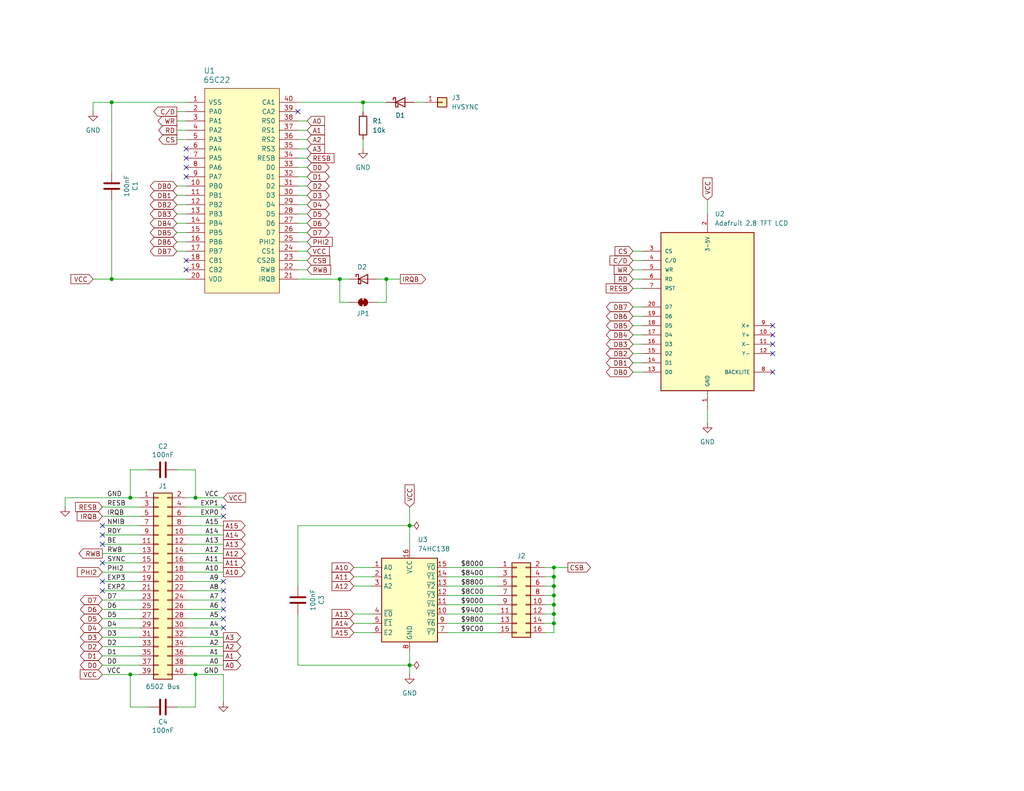
<source format=kicad_sch>
(kicad_sch (version 20250114) (generator "eeschema") (generator_version "9.0")
  (paper "USLetter")
  (title_block (title "6502 LCD Board") (date "2026-01-12") (rev "1.0") (company "A.C. Wright Design"))
  (lib_symbols
    (symbol "6502 Parts:65C22" (pin_names (offset 1.016))
      (property "Reference" "U" (at 4.826 8.128 0))
      (property "Value" "65C22" (at 4.826 5.588 0))
      (symbol "65C22_0_1"
        (rectangle (start 5.08 3.81) (end 25.4 -52.07) (fill (type background)))
      )
      (symbol "65C22_1_0"
        (pin power_in line (at 0 0 0) (length 5.08) (name "VSS") (number "1"))
        (pin bidirectional line (at 0 -2.54 0) (length 5.08) (name "PA0") (number "2"))
        (pin bidirectional line (at 0 -5.08 0) (length 5.08) (name "PA1") (number "3"))
        (pin bidirectional line (at 0 -7.62 0) (length 5.08) (name "PA2") (number "4"))
        (pin bidirectional line (at 0 -10.16 0) (length 5.08) (name "PA3") (number "5"))
        (pin bidirectional line (at 0 -12.7 0) (length 5.08) (name "PA4") (number "6"))
        (pin bidirectional line (at 0 -15.24 0) (length 5.08) (name "PA5") (number "7"))
        (pin bidirectional line (at 0 -17.78 0) (length 5.08) (name "PA6") (number "8"))
        (pin bidirectional line (at 0 -20.32 0) (length 5.08) (name "PA7") (number "9"))
        (pin bidirectional line (at 0 -22.86 0) (length 5.08) (name "PB0") (number "10"))
        (pin bidirectional line (at 0 -25.4 0) (length 5.08) (name "PB1") (number "11"))
        (pin bidirectional line (at 0 -27.94 0) (length 5.08) (name "PB2") (number "12"))
        (pin bidirectional line (at 0 -30.48 0) (length 5.08) (name "PB3") (number "13"))
        (pin bidirectional line (at 0 -33.02 0) (length 5.08) (name "PB4") (number "14"))
        (pin bidirectional line (at 0 -35.56 0) (length 5.08) (name "PB5") (number "15"))
        (pin bidirectional line (at 0 -38.1 0) (length 5.08) (name "PB6") (number "16"))
        (pin bidirectional line (at 0 -40.64 0) (length 5.08) (name "PB7") (number "17"))
        (pin bidirectional line (at 0 -43.18 0) (length 5.08) (name "CB1") (number "18"))
        (pin bidirectional line (at 0 -45.72 0) (length 5.08) (name "CB2") (number "19"))
        (pin power_in line (at 0 -48.26 0) (length 5.08) (name "VDD") (number "20"))
        (pin bidirectional line (at 30.48 0 180) (length 5.08) (name "CA1") (number "40"))
        (pin bidirectional line (at 30.48 -2.54 180) (length 5.08) (name "CA2") (number "39"))
        (pin input line (at 30.48 -5.08 180) (length 5.08) (name "RS0") (number "38"))
        (pin input line (at 30.48 -7.62 180) (length 5.08) (name "RS1") (number "37"))
        (pin input line (at 30.48 -10.16 180) (length 5.08) (name "RS2") (number "36"))
        (pin input line (at 30.48 -12.7 180) (length 5.08) (name "RS3") (number "35"))
        (pin input line (at 30.48 -15.24 180) (length 5.08) (name "RESB") (number "34"))
        (pin output line (at 30.48 -17.78 180) (length 5.08) (name "D0") (number "33"))
        (pin output line (at 30.48 -20.32 180) (length 5.08) (name "D1") (number "32"))
        (pin output line (at 30.48 -22.86 180) (length 5.08) (name "D2") (number "31"))
        (pin output line (at 30.48 -25.4 180) (length 5.08) (name "D3") (number "30"))
        (pin output line (at 30.48 -27.94 180) (length 5.08) (name "D4") (number "29"))
        (pin output line (at 30.48 -30.48 180) (length 5.08) (name "D5") (number "28"))
        (pin output line (at 30.48 -33.02 180) (length 5.08) (name "D6") (number "27"))
        (pin output line (at 30.48 -35.56 180) (length 5.08) (name "D7") (number "26"))
        (pin input line (at 30.48 -38.1 180) (length 5.08) (name "PHI2") (number "25"))
        (pin input line (at 30.48 -40.64 180) (length 5.08) (name "CS1") (number "24"))
        (pin input line (at 30.48 -43.18 180) (length 5.08) (name "CS2B") (number "23"))
        (pin input line (at 30.48 -45.72 180) (length 5.08) (name "RWB") (number "22"))
        (pin output line (at 30.48 -48.26 180) (length 5.08) (name "IRQB") (number "21"))
      )
    )
    (symbol "6502 Parts:Adafruit 2.8 TFT LCD" (pin_names (offset 1.016))
      (property "Reference" "U" (at -12.7 1.524 0))
      (property "Value" "Adafruit 2.8 TFT LCD" (at 2.286 1.778 0))
      (symbol "Adafruit 2.8 TFT LCD_0_0"
        (rectangle (start -12.7 0) (end 12.7 -43.18) (stroke (width 0.254)) (fill (type background)))
      )
      (symbol "Adafruit 2.8 TFT LCD_1_0"
        (pin input line (at -17.78 -5.08 0) (length 5.08) (name "CS") (number "3"))
        (pin input line (at -17.78 -7.62 0) (length 5.08) (name "C/D") (number "4"))
        (pin input line (at -17.78 -10.16 0) (length 5.08) (name "WR") (number "5"))
        (pin input line (at -17.78 -12.7 0) (length 5.08) (name "RD") (number "6"))
        (pin input line (at -17.78 -15.24 0) (length 5.08) (name "RST") (number "7"))
        (pin bidirectional line (at -17.78 -20.32 0) (length 5.08) (name "D7") (number "20"))
        (pin bidirectional line (at -17.78 -22.86 0) (length 5.08) (name "D6") (number "19"))
        (pin bidirectional line (at -17.78 -25.4 0) (length 5.08) (name "D5") (number "18"))
        (pin bidirectional line (at -17.78 -27.94 0) (length 5.08) (name "D4") (number "17"))
        (pin bidirectional line (at -17.78 -30.48 0) (length 5.08) (name "D3") (number "16"))
        (pin bidirectional line (at -17.78 -33.02 0) (length 5.08) (name "D2") (number "15"))
        (pin bidirectional line (at -17.78 -35.56 0) (length 5.08) (name "D1") (number "14"))
        (pin bidirectional line (at -17.78 -38.1 0) (length 5.08) (name "D0") (number "13"))
        (pin power_in line (at 0 5.08 270) (length 5.08) (name "3-5V") (number "2"))
        (pin power_in line (at 0 -48.26 90) (length 5.08) (name "GND") (number "1"))
        (pin output line (at 17.78 -25.4 180) (length 5.08) (name "X+") (number "9"))
        (pin output line (at 17.78 -27.94 180) (length 5.08) (name "Y+") (number "10"))
        (pin output line (at 17.78 -30.48 180) (length 5.08) (name "X-") (number "11"))
        (pin output line (at 17.78 -33.02 180) (length 5.08) (name "Y-") (number "12"))
        (pin input line (at 17.78 -38.1 180) (length 5.08) (name "BACKLITE") (number "8"))
      )
    )
    (symbol "74xx:74HC138"
      (property "Reference" "U" (at -7.62 13.97 0))
      (property "Value" "74HC138" (at 2.54 -11.43 0))
      (symbol "74HC138_0_1"
        (rectangle (start -7.62 12.7) (end 7.62 -10.16) (stroke (width 0.254)) (fill (type background)))
      )
      (symbol "74HC138_1_1"
        (pin input line (at -10.16 10.16 0) (length 2.54) (name "A0") (number "1"))
        (pin input line (at -10.16 7.62 0) (length 2.54) (name "A1") (number "2"))
        (pin input line (at -10.16 5.08 0) (length 2.54) (name "A2") (number "3"))
        (pin input line (at -10.16 -2.54 0) (length 2.54) (name "~{E0}") (number "4"))
        (pin input line (at -10.16 -5.08 0) (length 2.54) (name "~{E1}") (number "5"))
        (pin input line (at -10.16 -7.62 0) (length 2.54) (name "E2") (number "6"))
        (pin power_in line (at 0 15.24 270) (length 2.54) (name "VCC") (number "16"))
        (pin power_in line (at 0 -12.7 90) (length 2.54) (name "GND") (number "8"))
        (pin output line (at 10.16 10.16 180) (length 2.54) (name "~{Y0}") (number "15"))
        (pin output line (at 10.16 7.62 180) (length 2.54) (name "~{Y1}") (number "14"))
        (pin output line (at 10.16 5.08 180) (length 2.54) (name "~{Y2}") (number "13"))
        (pin output line (at 10.16 2.54 180) (length 2.54) (name "~{Y3}") (number "12"))
        (pin output line (at 10.16 0 180) (length 2.54) (name "~{Y4}") (number "11"))
        (pin output line (at 10.16 -2.54 180) (length 2.54) (name "~{Y5}") (number "10"))
        (pin output line (at 10.16 -5.08 180) (length 2.54) (name "~{Y6}") (number "9"))
        (pin output line (at 10.16 -7.62 180) (length 2.54) (name "~{Y7}") (number "7"))
      )
    )
    (symbol "Connector_Generic:Conn_01x01" (pin_names (offset 1.016) (hide yes))
      (property "Reference" "J" (at 0 2.54 0))
      (property "Value" "Conn_01x01" (at 0 -2.54 0))
      (symbol "Conn_01x01_1_1"
        (rectangle (start -1.27 1.27) (end 1.27 -1.27) (stroke (width 0.254)) (fill (type background)))
        (rectangle (start -1.27 0.127) (end 0 -0.127) (stroke (width 0.1524)))
        (pin passive line (at -5.08 0 0) (length 3.81) (name "Pin_1") (number "1"))
      )
    )
    (symbol "Connector_Generic:Conn_02x08_Odd_Even" (pin_names (offset 1.016) (hide yes))
      (property "Reference" "J" (at 1.27 10.16 0))
      (property "Value" "Conn_02x08_Odd_Even" (at 1.27 -12.7 0))
      (symbol "Conn_02x08_Odd_Even_1_1"
        (rectangle (start -1.27 8.89) (end 3.81 -11.43) (stroke (width 0.254)) (fill (type background)))
        (rectangle (start -1.27 7.747) (end 0 7.493) (stroke (width 0.1524)))
        (rectangle (start -1.27 5.207) (end 0 4.953) (stroke (width 0.1524)))
        (rectangle (start -1.27 2.667) (end 0 2.413) (stroke (width 0.1524)))
        (rectangle (start -1.27 0.127) (end 0 -0.127) (stroke (width 0.1524)))
        (rectangle (start -1.27 -2.413) (end 0 -2.667) (stroke (width 0.1524)))
        (rectangle (start -1.27 -4.953) (end 0 -5.207) (stroke (width 0.1524)))
        (rectangle (start -1.27 -7.493) (end 0 -7.747) (stroke (width 0.1524)))
        (rectangle (start -1.27 -10.033) (end 0 -10.287) (stroke (width 0.1524)))
        (rectangle (start 3.81 7.747) (end 2.54 7.493) (stroke (width 0.1524)))
        (rectangle (start 3.81 5.207) (end 2.54 4.953) (stroke (width 0.1524)))
        (rectangle (start 3.81 2.667) (end 2.54 2.413) (stroke (width 0.1524)))
        (rectangle (start 3.81 0.127) (end 2.54 -0.127) (stroke (width 0.1524)))
        (rectangle (start 3.81 -2.413) (end 2.54 -2.667) (stroke (width 0.1524)))
        (rectangle (start 3.81 -4.953) (end 2.54 -5.207) (stroke (width 0.1524)))
        (rectangle (start 3.81 -7.493) (end 2.54 -7.747) (stroke (width 0.1524)))
        (rectangle (start 3.81 -10.033) (end 2.54 -10.287) (stroke (width 0.1524)))
        (pin passive line (at -5.08 7.62 0) (length 3.81) (name "Pin_1") (number "1"))
        (pin passive line (at -5.08 5.08 0) (length 3.81) (name "Pin_3") (number "3"))
        (pin passive line (at -5.08 2.54 0) (length 3.81) (name "Pin_5") (number "5"))
        (pin passive line (at -5.08 0 0) (length 3.81) (name "Pin_7") (number "7"))
        (pin passive line (at -5.08 -2.54 0) (length 3.81) (name "Pin_9") (number "9"))
        (pin passive line (at -5.08 -5.08 0) (length 3.81) (name "Pin_11") (number "11"))
        (pin passive line (at -5.08 -7.62 0) (length 3.81) (name "Pin_13") (number "13"))
        (pin passive line (at -5.08 -10.16 0) (length 3.81) (name "Pin_15") (number "15"))
        (pin passive line (at 7.62 7.62 180) (length 3.81) (name "Pin_2") (number "2"))
        (pin passive line (at 7.62 5.08 180) (length 3.81) (name "Pin_4") (number "4"))
        (pin passive line (at 7.62 2.54 180) (length 3.81) (name "Pin_6") (number "6"))
        (pin passive line (at 7.62 0 180) (length 3.81) (name "Pin_8") (number "8"))
        (pin passive line (at 7.62 -2.54 180) (length 3.81) (name "Pin_10") (number "10"))
        (pin passive line (at 7.62 -5.08 180) (length 3.81) (name "Pin_12") (number "12"))
        (pin passive line (at 7.62 -7.62 180) (length 3.81) (name "Pin_14") (number "14"))
        (pin passive line (at 7.62 -10.16 180) (length 3.81) (name "Pin_16") (number "16"))
      )
    )
    (symbol "Connector_Generic:Conn_02x20_Odd_Even" (pin_names (offset 1.016) (hide yes))
      (property "Reference" "J" (at 1.27 25.4 0))
      (property "Value" "Conn_02x20_Odd_Even" (at 1.27 -27.94 0))
      (symbol "Conn_02x20_Odd_Even_1_1"
        (rectangle (start -1.27 24.13) (end 3.81 -26.67) (stroke (width 0.254)) (fill (type background)))
        (rectangle (start -1.27 22.987) (end 0 22.733) (stroke (width 0.1524)))
        (rectangle (start -1.27 20.447) (end 0 20.193) (stroke (width 0.1524)))
        (rectangle (start -1.27 17.907) (end 0 17.653) (stroke (width 0.1524)))
        (rectangle (start -1.27 15.367) (end 0 15.113) (stroke (width 0.1524)))
        (rectangle (start -1.27 12.827) (end 0 12.573) (stroke (width 0.1524)))
        (rectangle (start -1.27 10.287) (end 0 10.033) (stroke (width 0.1524)))
        (rectangle (start -1.27 7.747) (end 0 7.493) (stroke (width 0.1524)))
        (rectangle (start -1.27 5.207) (end 0 4.953) (stroke (width 0.1524)))
        (rectangle (start -1.27 2.667) (end 0 2.413) (stroke (width 0.1524)))
        (rectangle (start -1.27 0.127) (end 0 -0.127) (stroke (width 0.1524)))
        (rectangle (start -1.27 -2.413) (end 0 -2.667) (stroke (width 0.1524)))
        (rectangle (start -1.27 -4.953) (end 0 -5.207) (stroke (width 0.1524)))
        (rectangle (start -1.27 -7.493) (end 0 -7.747) (stroke (width 0.1524)))
        (rectangle (start -1.27 -10.033) (end 0 -10.287) (stroke (width 0.1524)))
        (rectangle (start -1.27 -12.573) (end 0 -12.827) (stroke (width 0.1524)))
        (rectangle (start -1.27 -15.113) (end 0 -15.367) (stroke (width 0.1524)))
        (rectangle (start -1.27 -17.653) (end 0 -17.907) (stroke (width 0.1524)))
        (rectangle (start -1.27 -20.193) (end 0 -20.447) (stroke (width 0.1524)))
        (rectangle (start -1.27 -22.733) (end 0 -22.987) (stroke (width 0.1524)))
        (rectangle (start -1.27 -25.273) (end 0 -25.527) (stroke (width 0.1524)))
        (rectangle (start 3.81 22.987) (end 2.54 22.733) (stroke (width 0.1524)))
        (rectangle (start 3.81 20.447) (end 2.54 20.193) (stroke (width 0.1524)))
        (rectangle (start 3.81 17.907) (end 2.54 17.653) (stroke (width 0.1524)))
        (rectangle (start 3.81 15.367) (end 2.54 15.113) (stroke (width 0.1524)))
        (rectangle (start 3.81 12.827) (end 2.54 12.573) (stroke (width 0.1524)))
        (rectangle (start 3.81 10.287) (end 2.54 10.033) (stroke (width 0.1524)))
        (rectangle (start 3.81 7.747) (end 2.54 7.493) (stroke (width 0.1524)))
        (rectangle (start 3.81 5.207) (end 2.54 4.953) (stroke (width 0.1524)))
        (rectangle (start 3.81 2.667) (end 2.54 2.413) (stroke (width 0.1524)))
        (rectangle (start 3.81 0.127) (end 2.54 -0.127) (stroke (width 0.1524)))
        (rectangle (start 3.81 -2.413) (end 2.54 -2.667) (stroke (width 0.1524)))
        (rectangle (start 3.81 -4.953) (end 2.54 -5.207) (stroke (width 0.1524)))
        (rectangle (start 3.81 -7.493) (end 2.54 -7.747) (stroke (width 0.1524)))
        (rectangle (start 3.81 -10.033) (end 2.54 -10.287) (stroke (width 0.1524)))
        (rectangle (start 3.81 -12.573) (end 2.54 -12.827) (stroke (width 0.1524)))
        (rectangle (start 3.81 -15.113) (end 2.54 -15.367) (stroke (width 0.1524)))
        (rectangle (start 3.81 -17.653) (end 2.54 -17.907) (stroke (width 0.1524)))
        (rectangle (start 3.81 -20.193) (end 2.54 -20.447) (stroke (width 0.1524)))
        (rectangle (start 3.81 -22.733) (end 2.54 -22.987) (stroke (width 0.1524)))
        (rectangle (start 3.81 -25.273) (end 2.54 -25.527) (stroke (width 0.1524)))
        (pin passive line (at -5.08 22.86 0) (length 3.81) (name "Pin_1") (number "1"))
        (pin passive line (at -5.08 20.32 0) (length 3.81) (name "Pin_3") (number "3"))
        (pin passive line (at -5.08 17.78 0) (length 3.81) (name "Pin_5") (number "5"))
        (pin passive line (at -5.08 15.24 0) (length 3.81) (name "Pin_7") (number "7"))
        (pin passive line (at -5.08 12.7 0) (length 3.81) (name "Pin_9") (number "9"))
        (pin passive line (at -5.08 10.16 0) (length 3.81) (name "Pin_11") (number "11"))
        (pin passive line (at -5.08 7.62 0) (length 3.81) (name "Pin_13") (number "13"))
        (pin passive line (at -5.08 5.08 0) (length 3.81) (name "Pin_15") (number "15"))
        (pin passive line (at -5.08 2.54 0) (length 3.81) (name "Pin_17") (number "17"))
        (pin passive line (at -5.08 0 0) (length 3.81) (name "Pin_19") (number "19"))
        (pin passive line (at -5.08 -2.54 0) (length 3.81) (name "Pin_21") (number "21"))
        (pin passive line (at -5.08 -5.08 0) (length 3.81) (name "Pin_23") (number "23"))
        (pin passive line (at -5.08 -7.62 0) (length 3.81) (name "Pin_25") (number "25"))
        (pin passive line (at -5.08 -10.16 0) (length 3.81) (name "Pin_27") (number "27"))
        (pin passive line (at -5.08 -12.7 0) (length 3.81) (name "Pin_29") (number "29"))
        (pin passive line (at -5.08 -15.24 0) (length 3.81) (name "Pin_31") (number "31"))
        (pin passive line (at -5.08 -17.78 0) (length 3.81) (name "Pin_33") (number "33"))
        (pin passive line (at -5.08 -20.32 0) (length 3.81) (name "Pin_35") (number "35"))
        (pin passive line (at -5.08 -22.86 0) (length 3.81) (name "Pin_37") (number "37"))
        (pin passive line (at -5.08 -25.4 0) (length 3.81) (name "Pin_39") (number "39"))
        (pin passive line (at 7.62 22.86 180) (length 3.81) (name "Pin_2") (number "2"))
        (pin passive line (at 7.62 20.32 180) (length 3.81) (name "Pin_4") (number "4"))
        (pin passive line (at 7.62 17.78 180) (length 3.81) (name "Pin_6") (number "6"))
        (pin passive line (at 7.62 15.24 180) (length 3.81) (name "Pin_8") (number "8"))
        (pin passive line (at 7.62 12.7 180) (length 3.81) (name "Pin_10") (number "10"))
        (pin passive line (at 7.62 10.16 180) (length 3.81) (name "Pin_12") (number "12"))
        (pin passive line (at 7.62 7.62 180) (length 3.81) (name "Pin_14") (number "14"))
        (pin passive line (at 7.62 5.08 180) (length 3.81) (name "Pin_16") (number "16"))
        (pin passive line (at 7.62 2.54 180) (length 3.81) (name "Pin_18") (number "18"))
        (pin passive line (at 7.62 0 180) (length 3.81) (name "Pin_20") (number "20"))
        (pin passive line (at 7.62 -2.54 180) (length 3.81) (name "Pin_22") (number "22"))
        (pin passive line (at 7.62 -5.08 180) (length 3.81) (name "Pin_24") (number "24"))
        (pin passive line (at 7.62 -7.62 180) (length 3.81) (name "Pin_26") (number "26"))
        (pin passive line (at 7.62 -10.16 180) (length 3.81) (name "Pin_28") (number "28"))
        (pin passive line (at 7.62 -12.7 180) (length 3.81) (name "Pin_30") (number "30"))
        (pin passive line (at 7.62 -15.24 180) (length 3.81) (name "Pin_32") (number "32"))
        (pin passive line (at 7.62 -17.78 180) (length 3.81) (name "Pin_34") (number "34"))
        (pin passive line (at 7.62 -20.32 180) (length 3.81) (name "Pin_36") (number "36"))
        (pin passive line (at 7.62 -22.86 180) (length 3.81) (name "Pin_38") (number "38"))
        (pin passive line (at 7.62 -25.4 180) (length 3.81) (name "Pin_40") (number "40"))
      )
    )
    (symbol "Device:C" (pin_numbers (hide yes)) (pin_names (offset 0.254))
      (property "Reference" "C" (at 0.635 2.54 0))
      (property "Value" "C" (at 0.635 -2.54 0))
      (symbol "C_0_1"
        (polyline (pts (xy -2.032 0.762) (xy 2.032 0.762)) (stroke (width 0.508)))
        (polyline (pts (xy -2.032 -0.762) (xy 2.032 -0.762)) (stroke (width 0.508)))
      )
      (symbol "C_1_1"
        (pin passive line (at 0 3.81 270) (length 2.794) (name "~") (number "1"))
        (pin passive line (at 0 -3.81 90) (length 2.794) (name "~") (number "2"))
      )
    )
    (symbol "Device:D_Schottky" (pin_numbers (hide yes)) (pin_names (offset 1.016) (hide yes))
      (property "Reference" "D" (at 0 2.54 0))
      (property "Value" "D_Schottky" (at 0 -2.54 0))
      (symbol "D_Schottky_0_1"
        (polyline (pts (xy -1.905 0.635) (xy -1.905 1.27) (xy -1.27 1.27) (xy -1.27 -1.27) (xy -0.635 -1.27) (xy -0.635 -0.635)) (stroke (width 0.254)))
        (polyline (pts (xy 1.27 1.27) (xy 1.27 -1.27) (xy -1.27 0) (xy 1.27 1.27)) (stroke (width 0.254)))
        (polyline (pts (xy 1.27 0) (xy -1.27 0)))
      )
      (symbol "D_Schottky_1_1"
        (pin passive line (at -3.81 0 0) (length 2.54) (name "K") (number "1"))
        (pin passive line (at 3.81 0 180) (length 2.54) (name "A") (number "2"))
      )
    )
    (symbol "Device:R" (pin_numbers (hide yes)) (pin_names (offset 0))
      (property "Reference" "R" (at 2.032 0 90))
      (property "Value" "R" (at 0 0 90))
      (symbol "R_0_1"
        (rectangle (start -1.016 -2.54) (end 1.016 2.54) (stroke (width 0.254)))
      )
      (symbol "R_1_1"
        (pin passive line (at 0 3.81 270) (length 1.27) (name "~") (number "1"))
        (pin passive line (at 0 -3.81 90) (length 1.27) (name "~") (number "2"))
      )
    )
    (symbol "Jumper:SolderJumper_2_Bridged" (pin_numbers (hide yes)) (pin_names (offset 0) (hide yes)) (exclude_from_sim yes) (in_bom no)
      (property "Reference" "JP" (at 0 2.032 0))
      (property "Value" "SolderJumper_2_Bridged" (at 0 -2.54 0))
      (symbol "SolderJumper_2_Bridged_0_1"
        (rectangle (start -0.508 0.508) (end 0.508 -0.508) (fill (type outline)))
        (polyline (pts (xy -0.254 1.016) (xy -0.254 -1.016)))
        (arc (start -0.254 -1.016) (mid -1.2656 0) (end -0.254 1.016))
        (arc (start -0.254 -1.016) (mid -1.2656 0) (end -0.254 1.016) (fill (type outline)))
        (arc (start 0.254 1.016) (mid 1.2656 0) (end 0.254 -1.016))
        (arc (start 0.254 1.016) (mid 1.2656 0) (end 0.254 -1.016) (fill (type outline)))
        (polyline (pts (xy 0.254 1.016) (xy 0.254 -1.016)))
      )
      (symbol "SolderJumper_2_Bridged_1_1"
        (pin passive line (at -3.81 0 0) (length 2.54) (name "A") (number "1"))
        (pin passive line (at 3.81 0 180) (length 2.54) (name "B") (number "2"))
      )
    )
    (symbol "power:GND" (power) (pin_numbers (hide yes)) (pin_names (offset 0) (hide yes))
      (property "Value" "GND" (at 0 -3.81 0))
      (symbol "GND_0_1"
        (polyline (pts (xy 0 0) (xy 0 -1.27) (xy 1.27 -1.27) (xy 0 -2.54) (xy -1.27 -1.27) (xy 0 -1.27)))
      )
      (symbol "GND_1_1"
        (pin power_in line (at 0 0 270) (length 0) (name "~") (number "1"))
      )
    )
    (symbol "power:PWR_FLAG" (power) (pin_numbers (hide yes)) (pin_names (offset 0) (hide yes))
      (property "Value" "PWR_FLAG" (at 0 3.81 0))
      (symbol "PWR_FLAG_0_0"
        (pin power_out line (at 0 0 90) (length 0) (name "~") (number "1"))
      )
      (symbol "PWR_FLAG_0_1"
        (polyline (pts (xy 0 0) (xy 0 1.27) (xy -1.016 1.905) (xy 0 2.54) (xy 1.016 1.905) (xy 0 1.27)))
      )
    )
  )
  (junction (at 151.13 165.1))
  (junction (at 53.34 135.89))
  (junction (at 30.48 76.2))
  (junction (at 111.76 181.61))
  (junction (at 151.13 154.94))
  (junction (at 151.13 160.02))
  (junction (at 30.48 27.94))
  (junction (at 151.13 170.18))
  (junction (at 99.06 27.94))
  (junction (at 151.13 162.56))
  (junction (at 105.41 76.2))
  (junction (at 35.56 135.89))
  (junction (at 151.13 157.48))
  (junction (at 92.71 76.2))
  (junction (at 35.56 184.15))
  (junction (at 111.76 143.51))
  (junction (at 53.34 184.15))
  (junction (at 151.13 167.64))
  (no_connect (at 50.8 73.66))
  (no_connect (at 27.94 146.05))
  (no_connect (at 27.94 143.51))
  (no_connect (at 60.96 158.75))
  (no_connect (at 60.96 171.45))
  (no_connect (at 27.94 161.29))
  (no_connect (at 60.96 138.43))
  (no_connect (at 60.96 166.37))
  (no_connect (at 210.82 101.6))
  (no_connect (at 81.28 30.48))
  (no_connect (at 60.96 140.97))
  (no_connect (at 210.82 96.52))
  (no_connect (at 210.82 93.98))
  (no_connect (at 27.94 153.67))
  (no_connect (at 60.96 163.83))
  (no_connect (at 210.82 91.44))
  (no_connect (at 50.8 48.26))
  (no_connect (at 50.8 43.18))
  (no_connect (at 50.8 40.64))
  (no_connect (at 60.96 161.29))
  (no_connect (at 210.82 88.9))
  (no_connect (at 27.94 158.75))
  (no_connect (at 50.8 71.12))
  (no_connect (at 60.96 168.91))
  (no_connect (at 27.94 148.59))
  (no_connect (at 50.8 45.72))
  (wire (pts (xy 50.8 143.51) (xy 60.96 143.51)))
  (wire (pts (xy 81.28 63.5) (xy 83.82 63.5)))
  (wire (pts (xy 172.72 73.66) (xy 175.26 73.66)))
  (wire (pts (xy 151.13 167.64) (xy 151.13 165.1)))
  (wire (pts (xy 172.72 83.82) (xy 175.26 83.82)))
  (wire (pts (xy 48.26 53.34) (xy 50.8 53.34)))
  (wire (pts (xy 193.04 54.61) (xy 193.04 58.42)))
  (wire (pts (xy 81.28 35.56) (xy 83.82 35.56)))
  (wire (pts (xy 121.92 162.56) (xy 135.89 162.56)))
  (wire (pts (xy 99.06 27.94) (xy 105.41 27.94)))
  (wire (pts (xy 38.1 153.67) (xy 27.94 153.67)))
  (wire (pts (xy 60.96 161.29) (xy 50.8 161.29)))
  (wire (pts (xy 121.92 157.48) (xy 135.89 157.48)))
  (wire (pts (xy 99.06 27.94) (xy 99.06 30.48)))
  (wire (pts (xy 81.28 71.12) (xy 83.82 71.12)))
  (wire (pts (xy 48.26 30.48) (xy 50.8 30.48)))
  (wire (pts (xy 81.28 181.61) (xy 111.76 181.61)))
  (wire (pts (xy 148.59 154.94) (xy 151.13 154.94)))
  (wire (pts (xy 81.28 55.88) (xy 83.82 55.88)))
  (wire (pts (xy 172.72 86.36) (xy 175.26 86.36)))
  (wire (pts (xy 81.28 66.04) (xy 83.82 66.04)))
  (wire (pts (xy 92.71 82.55) (xy 95.25 82.55)))
  (wire (pts (xy 60.96 151.13) (xy 50.8 151.13)))
  (wire (pts (xy 30.48 27.94) (xy 50.8 27.94)))
  (wire (pts (xy 151.13 162.56) (xy 151.13 160.02)))
  (wire (pts (xy 96.52 172.72) (xy 101.6 172.72)))
  (wire (pts (xy 50.8 158.75) (xy 60.96 158.75)))
  (wire (pts (xy 48.26 68.58) (xy 50.8 68.58)))
  (wire (pts (xy 151.13 157.48) (xy 148.59 157.48)))
  (wire (pts (xy 38.1 168.91) (xy 27.94 168.91)))
  (wire (pts (xy 38.1 148.59) (xy 27.94 148.59)))
  (wire (pts (xy 38.1 158.75) (xy 27.94 158.75)))
  (wire (pts (xy 81.28 181.61) (xy 81.28 167.64)))
  (wire (pts (xy 81.28 58.42) (xy 83.82 58.42)))
  (wire (pts (xy 172.72 68.58) (xy 175.26 68.58)))
  (wire (pts (xy 50.8 184.15) (xy 53.34 184.15)))
  (wire (pts (xy 81.28 60.96) (xy 83.82 60.96)))
  (wire (pts (xy 172.72 76.2) (xy 175.26 76.2)))
  (wire (pts (xy 172.72 88.9) (xy 175.26 88.9)))
  (wire (pts (xy 38.1 135.89) (xy 35.56 135.89)))
  (wire (pts (xy 27.94 181.61) (xy 38.1 181.61)))
  (wire (pts (xy 172.72 91.44) (xy 175.26 91.44)))
  (wire (pts (xy 48.26 35.56) (xy 50.8 35.56)))
  (wire (pts (xy 17.78 135.89) (xy 35.56 135.89)))
  (wire (pts (xy 25.4 30.48) (xy 25.4 27.94)))
  (wire (pts (xy 27.94 156.21) (xy 38.1 156.21)))
  (wire (pts (xy 105.41 82.55) (xy 105.41 76.2)))
  (wire (pts (xy 17.78 138.43) (xy 17.78 135.89)))
  (wire (pts (xy 35.56 128.27) (xy 35.56 135.89)))
  (wire (pts (xy 151.13 160.02) (xy 151.13 157.48)))
  (wire (pts (xy 50.8 168.91) (xy 60.96 168.91)))
  (wire (pts (xy 27.94 140.97) (xy 38.1 140.97)))
  (wire (pts (xy 121.92 154.94) (xy 135.89 154.94)))
  (wire (pts (xy 50.8 138.43) (xy 60.96 138.43)))
  (wire (pts (xy 99.06 38.1) (xy 99.06 40.64)))
  (wire (pts (xy 35.56 184.15) (xy 35.56 193.04)))
  (wire (pts (xy 53.34 193.04) (xy 48.26 193.04)))
  (wire (pts (xy 30.48 76.2) (xy 50.8 76.2)))
  (wire (pts (xy 81.28 48.26) (xy 83.82 48.26)))
  (wire (pts (xy 121.92 165.1) (xy 135.89 165.1)))
  (wire (pts (xy 38.1 184.15) (xy 35.56 184.15)))
  (wire (pts (xy 148.59 172.72) (xy 151.13 172.72)))
  (wire (pts (xy 151.13 170.18) (xy 148.59 170.18)))
  (wire (pts (xy 151.13 170.18) (xy 151.13 167.64)))
  (wire (pts (xy 38.1 163.83) (xy 27.94 163.83)))
  (wire (pts (xy 113.03 27.94) (xy 115.57 27.94)))
  (wire (pts (xy 151.13 165.1) (xy 148.59 165.1)))
  (wire (pts (xy 48.26 58.42) (xy 50.8 58.42)))
  (wire (pts (xy 50.8 173.99) (xy 60.96 173.99)))
  (wire (pts (xy 48.26 33.02) (xy 50.8 33.02)))
  (wire (pts (xy 151.13 172.72) (xy 151.13 170.18)))
  (wire (pts (xy 148.59 160.02) (xy 151.13 160.02)))
  (wire (pts (xy 27.94 143.51) (xy 38.1 143.51)))
  (wire (pts (xy 96.52 170.18) (xy 101.6 170.18)))
  (wire (pts (xy 53.34 184.15) (xy 53.34 193.04)))
  (wire (pts (xy 27.94 176.53) (xy 38.1 176.53)))
  (wire (pts (xy 60.96 181.61) (xy 50.8 181.61)))
  (wire (pts (xy 60.96 176.53) (xy 50.8 176.53)))
  (wire (pts (xy 102.87 82.55) (xy 105.41 82.55)))
  (wire (pts (xy 27.94 138.43) (xy 38.1 138.43)))
  (wire (pts (xy 27.94 146.05) (xy 38.1 146.05)))
  (wire (pts (xy 111.76 181.61) (xy 111.76 184.15)))
  (wire (pts (xy 172.72 99.06) (xy 175.26 99.06)))
  (wire (pts (xy 27.94 171.45) (xy 38.1 171.45)))
  (wire (pts (xy 38.1 173.99) (xy 27.94 173.99)))
  (wire (pts (xy 30.48 27.94) (xy 30.48 46.99)))
  (wire (pts (xy 151.13 162.56) (xy 148.59 162.56)))
  (wire (pts (xy 111.76 143.51) (xy 111.76 138.43)))
  (wire (pts (xy 105.41 76.2) (xy 109.22 76.2)))
  (wire (pts (xy 27.94 184.15) (xy 35.56 184.15)))
  (wire (pts (xy 111.76 177.8) (xy 111.76 181.61)))
  (wire (pts (xy 60.96 135.89) (xy 53.34 135.89)))
  (wire (pts (xy 25.4 27.94) (xy 30.48 27.94)))
  (wire (pts (xy 60.96 156.21) (xy 50.8 156.21)))
  (wire (pts (xy 121.92 172.72) (xy 135.89 172.72)))
  (wire (pts (xy 81.28 143.51) (xy 81.28 160.02)))
  (wire (pts (xy 151.13 157.48) (xy 151.13 154.94)))
  (wire (pts (xy 38.1 179.07) (xy 27.94 179.07)))
  (wire (pts (xy 60.96 146.05) (xy 50.8 146.05)))
  (wire (pts (xy 27.94 151.13) (xy 38.1 151.13)))
  (wire (pts (xy 30.48 54.61) (xy 30.48 76.2)))
  (wire (pts (xy 96.52 157.48) (xy 101.6 157.48)))
  (wire (pts (xy 81.28 33.02) (xy 83.82 33.02)))
  (wire (pts (xy 50.8 179.07) (xy 60.96 179.07)))
  (wire (pts (xy 53.34 184.15) (xy 60.96 184.15)))
  (wire (pts (xy 81.28 43.18) (xy 83.82 43.18)))
  (wire (pts (xy 60.96 166.37) (xy 50.8 166.37)))
  (wire (pts (xy 81.28 68.58) (xy 83.82 68.58)))
  (wire (pts (xy 53.34 128.27) (xy 53.34 135.89)))
  (wire (pts (xy 48.26 63.5) (xy 50.8 63.5)))
  (wire (pts (xy 60.96 184.15) (xy 60.96 191.77)))
  (wire (pts (xy 81.28 50.8) (xy 83.82 50.8)))
  (wire (pts (xy 50.8 163.83) (xy 60.96 163.83)))
  (wire (pts (xy 35.56 128.27) (xy 40.64 128.27)))
  (wire (pts (xy 111.76 143.51) (xy 111.76 149.86)))
  (wire (pts (xy 81.28 45.72) (xy 83.82 45.72)))
  (wire (pts (xy 48.26 60.96) (xy 50.8 60.96)))
  (wire (pts (xy 25.4 76.2) (xy 30.48 76.2)))
  (wire (pts (xy 81.28 40.64) (xy 83.82 40.64)))
  (wire (pts (xy 96.52 167.64) (xy 101.6 167.64)))
  (wire (pts (xy 60.96 140.97) (xy 50.8 140.97)))
  (wire (pts (xy 92.71 76.2) (xy 92.71 82.55)))
  (wire (pts (xy 172.72 71.12) (xy 175.26 71.12)))
  (wire (pts (xy 53.34 135.89) (xy 50.8 135.89)))
  (wire (pts (xy 35.56 193.04) (xy 40.64 193.04)))
  (wire (pts (xy 172.72 96.52) (xy 175.26 96.52)))
  (wire (pts (xy 48.26 50.8) (xy 50.8 50.8)))
  (wire (pts (xy 81.28 27.94) (xy 99.06 27.94)))
  (wire (pts (xy 172.72 101.6) (xy 175.26 101.6)))
  (wire (pts (xy 48.26 55.88) (xy 50.8 55.88)))
  (wire (pts (xy 105.41 76.2) (xy 102.87 76.2)))
  (wire (pts (xy 151.13 167.64) (xy 148.59 167.64)))
  (wire (pts (xy 50.8 153.67) (xy 60.96 153.67)))
  (wire (pts (xy 92.71 76.2) (xy 95.25 76.2)))
  (wire (pts (xy 96.52 154.94) (xy 101.6 154.94)))
  (wire (pts (xy 151.13 154.94) (xy 154.94 154.94)))
  (wire (pts (xy 81.28 53.34) (xy 83.82 53.34)))
  (wire (pts (xy 121.92 167.64) (xy 135.89 167.64)))
  (wire (pts (xy 48.26 66.04) (xy 50.8 66.04)))
  (wire (pts (xy 60.96 171.45) (xy 50.8 171.45)))
  (wire (pts (xy 81.28 76.2) (xy 92.71 76.2)))
  (wire (pts (xy 111.76 143.51) (xy 81.28 143.51)))
  (wire (pts (xy 27.94 161.29) (xy 38.1 161.29)))
  (wire (pts (xy 121.92 170.18) (xy 135.89 170.18)))
  (wire (pts (xy 48.26 128.27) (xy 53.34 128.27)))
  (wire (pts (xy 172.72 93.98) (xy 175.26 93.98)))
  (wire (pts (xy 193.04 111.76) (xy 193.04 115.57)))
  (wire (pts (xy 121.92 160.02) (xy 135.89 160.02)))
  (wire (pts (xy 50.8 148.59) (xy 60.96 148.59)))
  (wire (pts (xy 151.13 165.1) (xy 151.13 162.56)))
  (wire (pts (xy 81.28 38.1) (xy 83.82 38.1)))
  (wire (pts (xy 81.28 73.66) (xy 83.82 73.66)))
  (wire (pts (xy 48.26 38.1) (xy 50.8 38.1)))
  (wire (pts (xy 172.72 78.74) (xy 175.26 78.74)))
  (wire (pts (xy 27.94 166.37) (xy 38.1 166.37)))
  (wire (pts (xy 96.52 160.02) (xy 101.6 160.02)))
  (label "BE" (at 29.21 148.59 0))
  (label "A15" (at 59.69 143.51 180))
  (label "EXP1" (at 59.69 138.43 180))
  (label "A4" (at 59.69 171.45 180))
  (label "D4" (at 29.21 171.45 0))
  (label "RESB" (at 29.21 138.43 0))
  (label "$8000" (at 125.73 154.94 0))
  (label "A0" (at 59.69 181.61 180))
  (label "EXP3" (at 29.21 158.75 0))
  (label "PHI2" (at 29.21 156.21 0))
  (label "EXP2" (at 29.21 161.29 0))
  (label "RDY" (at 29.21 146.05 0))
  (label "A9" (at 59.69 158.75 180))
  (label "A14" (at 59.69 146.05 180))
  (label "IRQB" (at 29.21 140.97 0))
  (label "D7" (at 29.21 163.83 0))
  (label "A1" (at 59.69 179.07 180))
  (label "A3" (at 59.69 173.99 180))
  (label "$9400" (at 125.73 167.64 0))
  (label "VCC" (at 29.21 184.15 0))
  (label "A6" (at 59.69 166.37 180))
  (label "$8800" (at 125.73 160.02 0))
  (label "D1" (at 29.21 179.07 0))
  (label "SYNC" (at 29.21 153.67 0))
  (label "D0" (at 29.21 181.61 0))
  (label "A12" (at 59.69 151.13 180))
  (label "A2" (at 59.69 176.53 180))
  (label "A13" (at 59.69 148.59 180))
  (label "A11" (at 59.69 153.67 180))
  (label "D3" (at 29.21 173.99 0))
  (label "$9C00" (at 125.73 172.72 0))
  (label "NMIB" (at 29.21 143.51 0))
  (label "A10" (at 59.69 156.21 180))
  (label "A7" (at 59.69 163.83 180))
  (label "$8C00" (at 125.73 162.56 0))
  (label "$8400" (at 125.73 157.48 0))
  (label "VCC" (at 59.69 135.89 180))
  (label "GND" (at 29.21 135.89 0))
  (label "GND" (at 59.69 184.15 180))
  (label "$9800" (at 125.73 170.18 0))
  (label "$9000" (at 125.73 165.1 0))
  (label "A5" (at 59.69 168.91 180))
  (label "RWB" (at 29.21 151.13 0))
  (label "EXP0" (at 59.69 140.97 180))
  (label "D2" (at 29.21 176.53 0))
  (label "D6" (at 29.21 166.37 0))
  (label "A8" (at 59.69 161.29 180))
  (label "D5" (at 29.21 168.91 0))
  (global_label "A10" (shape output) (at 60.96 156.21 0) (property "Intersheetrefs" "${INTERSHEET_REFS}" (effects (hide yes))))
  (global_label "A11" (shape output) (at 60.96 153.67 0) (property "Intersheetrefs" "${INTERSHEET_REFS}" (effects (hide yes))))
  (global_label "A12" (shape output) (at 60.96 151.13 0) (property "Intersheetrefs" "${INTERSHEET_REFS}" (effects (hide yes))))
  (global_label "A13" (shape output) (at 60.96 148.59 0) (property "Intersheetrefs" "${INTERSHEET_REFS}" (effects (hide yes))))
  (global_label "A13" (shape input) (at 96.52 167.64 180) (property "Intersheetrefs" "${INTERSHEET_REFS}" (effects (hide yes))))
  (global_label "A11" (shape input) (at 96.52 157.48 180) (property "Intersheetrefs" "${INTERSHEET_REFS}" (effects (hide yes))))
  (global_label "D5" (shape bidirectional) (at 27.94 168.91 180) (property "Intersheetrefs" "${INTERSHEET_REFS}" (effects (hide yes))))
  (global_label "A15" (shape input) (at 96.52 172.72 180) (property "Intersheetrefs" "${INTERSHEET_REFS}" (effects (hide yes))))
  (global_label "RESB" (shape input) (at 172.72 78.74 180) (property "Intersheetrefs" "${INTERSHEET_REFS}" (effects (hide yes))))
  (global_label "A10" (shape input) (at 96.52 154.94 180) (property "Intersheetrefs" "${INTERSHEET_REFS}" (effects (hide yes))))
  (global_label "A1" (shape input) (at 83.82 35.56 0) (property "Intersheetrefs" "${INTERSHEET_REFS}" (effects (hide yes))))
  (global_label "PHI2" (shape input) (at 27.94 156.21 180) (property "Intersheetrefs" "${INTERSHEET_REFS}" (effects (hide yes))))
  (global_label "A14" (shape input) (at 96.52 170.18 180) (property "Intersheetrefs" "${INTERSHEET_REFS}" (effects (hide yes))))
  (global_label "RD" (shape output) (at 48.26 35.56 180) (property "Intersheetrefs" "${INTERSHEET_REFS}" (effects (hide yes))))
  (global_label "RESB" (shape input) (at 27.94 138.43 180) (property "Intersheetrefs" "${INTERSHEET_REFS}" (effects (hide yes))))
  (global_label "A0" (shape input) (at 83.82 33.02 0) (property "Intersheetrefs" "${INTERSHEET_REFS}" (effects (hide yes))))
  (global_label "CS" (shape output) (at 48.26 38.1 180) (property "Intersheetrefs" "${INTERSHEET_REFS}" (effects (hide yes))))
  (global_label "DB4" (shape bidirectional) (at 48.26 60.96 180) (property "Intersheetrefs" "${INTERSHEET_REFS}" (effects (hide yes))))
  (global_label "D3" (shape bidirectional) (at 27.94 173.99 180) (property "Intersheetrefs" "${INTERSHEET_REFS}" (effects (hide yes))))
  (global_label "D2" (shape bidirectional) (at 83.82 50.8 0) (property "Intersheetrefs" "${INTERSHEET_REFS}" (effects (hide yes))))
  (global_label "VCC" (shape input) (at 193.04 54.61 90) (property "Intersheetrefs" "${INTERSHEET_REFS}" (effects (hide yes))))
  (global_label "DB0" (shape bidirectional) (at 172.72 101.6 180) (property "Intersheetrefs" "${INTERSHEET_REFS}" (effects (hide yes))))
  (global_label "DB1" (shape bidirectional) (at 48.26 53.34 180) (property "Intersheetrefs" "${INTERSHEET_REFS}" (effects (hide yes))))
  (global_label "A1" (shape output) (at 60.96 179.07 0) (property "Intersheetrefs" "${INTERSHEET_REFS}" (effects (hide yes))))
  (global_label "RESB" (shape input) (at 83.82 43.18 0) (property "Intersheetrefs" "${INTERSHEET_REFS}" (effects (hide yes))))
  (global_label "D4" (shape bidirectional) (at 27.94 171.45 180) (property "Intersheetrefs" "${INTERSHEET_REFS}" (effects (hide yes))))
  (global_label "VCC" (shape input) (at 60.96 135.89 0) (property "Intersheetrefs" "${INTERSHEET_REFS}" (effects (hide yes))))
  (global_label "A3" (shape input) (at 83.82 40.64 0) (property "Intersheetrefs" "${INTERSHEET_REFS}" (effects (hide yes))))
  (global_label "RWB" (shape output) (at 27.94 151.13 180) (property "Intersheetrefs" "${INTERSHEET_REFS}" (effects (hide yes))))
  (global_label "D1" (shape bidirectional) (at 27.94 179.07 180) (property "Intersheetrefs" "${INTERSHEET_REFS}" (effects (hide yes))))
  (global_label "DB1" (shape bidirectional) (at 172.72 99.06 180) (property "Intersheetrefs" "${INTERSHEET_REFS}" (effects (hide yes))))
  (global_label "CSB" (shape output) (at 154.94 154.94 0) (property "Intersheetrefs" "${INTERSHEET_REFS}" (effects (hide yes))))
  (global_label "DB2" (shape bidirectional) (at 48.26 55.88 180) (property "Intersheetrefs" "${INTERSHEET_REFS}" (effects (hide yes))))
  (global_label "A14" (shape output) (at 60.96 146.05 0) (property "Intersheetrefs" "${INTERSHEET_REFS}" (effects (hide yes))))
  (global_label "DB5" (shape bidirectional) (at 172.72 88.9 180) (property "Intersheetrefs" "${INTERSHEET_REFS}" (effects (hide yes))))
  (global_label "CSB" (shape input) (at 83.82 71.12 0) (property "Intersheetrefs" "${INTERSHEET_REFS}" (effects (hide yes))))
  (global_label "A15" (shape output) (at 60.96 143.51 0) (property "Intersheetrefs" "${INTERSHEET_REFS}" (effects (hide yes))))
  (global_label "C{slash}D" (shape output) (at 48.26 30.48 180) (property "Intersheetrefs" "${INTERSHEET_REFS}" (effects (hide yes))))
  (global_label "DB7" (shape bidirectional) (at 48.26 68.58 180) (property "Intersheetrefs" "${INTERSHEET_REFS}" (effects (hide yes))))
  (global_label "A2" (shape input) (at 83.82 38.1 0) (property "Intersheetrefs" "${INTERSHEET_REFS}" (effects (hide yes))))
  (global_label "D6" (shape bidirectional) (at 27.94 166.37 180) (property "Intersheetrefs" "${INTERSHEET_REFS}" (effects (hide yes))))
  (global_label "DB5" (shape bidirectional) (at 48.26 63.5 180) (property "Intersheetrefs" "${INTERSHEET_REFS}" (effects (hide yes))))
  (global_label "D1" (shape bidirectional) (at 83.82 48.26 0) (property "Intersheetrefs" "${INTERSHEET_REFS}" (effects (hide yes))))
  (global_label "A0" (shape output) (at 60.96 181.61 0) (property "Intersheetrefs" "${INTERSHEET_REFS}" (effects (hide yes))))
  (global_label "IRQB" (shape output) (at 109.22 76.2 0) (property "Intersheetrefs" "${INTERSHEET_REFS}" (effects (hide yes))))
  (global_label "D5" (shape bidirectional) (at 83.82 58.42 0) (property "Intersheetrefs" "${INTERSHEET_REFS}" (effects (hide yes))))
  (global_label "DB3" (shape bidirectional) (at 48.26 58.42 180) (property "Intersheetrefs" "${INTERSHEET_REFS}" (effects (hide yes))))
  (global_label "CS" (shape input) (at 172.72 68.58 180) (property "Intersheetrefs" "${INTERSHEET_REFS}" (effects (hide yes))))
  (global_label "D2" (shape bidirectional) (at 27.94 176.53 180) (property "Intersheetrefs" "${INTERSHEET_REFS}" (effects (hide yes))))
  (global_label "DB3" (shape bidirectional) (at 172.72 93.98 180) (property "Intersheetrefs" "${INTERSHEET_REFS}" (effects (hide yes))))
  (global_label "D7" (shape bidirectional) (at 27.94 163.83 180) (property "Intersheetrefs" "${INTERSHEET_REFS}" (effects (hide yes))))
  (global_label "A3" (shape output) (at 60.96 173.99 0) (property "Intersheetrefs" "${INTERSHEET_REFS}" (effects (hide yes))))
  (global_label "D7" (shape bidirectional) (at 83.82 63.5 0) (property "Intersheetrefs" "${INTERSHEET_REFS}" (effects (hide yes))))
  (global_label "DB2" (shape bidirectional) (at 172.72 96.52 180) (property "Intersheetrefs" "${INTERSHEET_REFS}" (effects (hide yes))))
  (global_label "RD" (shape input) (at 172.72 76.2 180) (property "Intersheetrefs" "${INTERSHEET_REFS}" (effects (hide yes))))
  (global_label "WR" (shape output) (at 48.26 33.02 180) (property "Intersheetrefs" "${INTERSHEET_REFS}" (effects (hide yes))))
  (global_label "A12" (shape input) (at 96.52 160.02 180) (property "Intersheetrefs" "${INTERSHEET_REFS}" (effects (hide yes))))
  (global_label "D0" (shape bidirectional) (at 83.82 45.72 0) (property "Intersheetrefs" "${INTERSHEET_REFS}" (effects (hide yes))))
  (global_label "DB4" (shape bidirectional) (at 172.72 91.44 180) (property "Intersheetrefs" "${INTERSHEET_REFS}" (effects (hide yes))))
  (global_label "VCC" (shape input) (at 111.76 138.43 90) (property "Intersheetrefs" "${INTERSHEET_REFS}" (effects (hide yes))))
  (global_label "C{slash}D" (shape input) (at 172.72 71.12 180) (property "Intersheetrefs" "${INTERSHEET_REFS}" (effects (hide yes))))
  (global_label "A2" (shape output) (at 60.96 176.53 0) (property "Intersheetrefs" "${INTERSHEET_REFS}" (effects (hide yes))))
  (global_label "D3" (shape bidirectional) (at 83.82 53.34 0) (property "Intersheetrefs" "${INTERSHEET_REFS}" (effects (hide yes))))
  (global_label "DB7" (shape bidirectional) (at 172.72 83.82 180) (property "Intersheetrefs" "${INTERSHEET_REFS}" (effects (hide yes))))
  (global_label "IRQB" (shape input) (at 27.94 140.97 180) (property "Intersheetrefs" "${INTERSHEET_REFS}" (effects (hide yes))))
  (global_label "WR" (shape input) (at 172.72 73.66 180) (property "Intersheetrefs" "${INTERSHEET_REFS}" (effects (hide yes))))
  (global_label "PHI2" (shape input) (at 83.82 66.04 0) (property "Intersheetrefs" "${INTERSHEET_REFS}" (effects (hide yes))))
  (global_label "VCC" (shape input) (at 25.4 76.2 180) (property "Intersheetrefs" "${INTERSHEET_REFS}" (effects (hide yes))))
  (global_label "RWB" (shape input) (at 83.82 73.66 0) (property "Intersheetrefs" "${INTERSHEET_REFS}" (effects (hide yes))))
  (global_label "VCC" (shape input) (at 83.82 68.58 0) (property "Intersheetrefs" "${INTERSHEET_REFS}" (effects (hide yes))))
  (global_label "D6" (shape bidirectional) (at 83.82 60.96 0) (property "Intersheetrefs" "${INTERSHEET_REFS}" (effects (hide yes))))
  (global_label "DB0" (shape bidirectional) (at 48.26 50.8 180) (property "Intersheetrefs" "${INTERSHEET_REFS}" (effects (hide yes))))
  (global_label "D4" (shape bidirectional) (at 83.82 55.88 0) (property "Intersheetrefs" "${INTERSHEET_REFS}" (effects (hide yes))))
  (global_label "DB6" (shape bidirectional) (at 48.26 66.04 180) (property "Intersheetrefs" "${INTERSHEET_REFS}" (effects (hide yes))))
  (global_label "DB6" (shape bidirectional) (at 172.72 86.36 180) (property "Intersheetrefs" "${INTERSHEET_REFS}" (effects (hide yes))))
  (global_label "VCC" (shape input) (at 27.94 184.15 180) (property "Intersheetrefs" "${INTERSHEET_REFS}" (effects (hide yes))))
  (global_label "D0" (shape bidirectional) (at 27.94 181.61 180) (property "Intersheetrefs" "${INTERSHEET_REFS}" (effects (hide yes))))
  (symbol (lib_id "Connector_Generic:Conn_02x08_Odd_Even") (at 140.97 162.56 0) (unit 1) (in_bom no)
    (property "Reference" "J2" (at 142.24 151.765 0))
    (property "Value" "Conn_02x08_Odd_Even" (effects (hide yes)))
    (property "Footprint" "Connector_PinHeader_2.54mm:PinHeader_2x08_P2.54mm_Vertical" (effects (hide yes)))
  )
  (symbol (lib_id "Device:D_Schottky") (at 99.06 76.2 0) (unit 1) (in_bom no)
    (property "Reference" "D2" (at 98.806 72.898 0))
    (property "Value" "D_Schottky" (effects (hide yes)))
    (property "Footprint" "Diode_THT:D_DO-35_SOD27_P7.62mm_Horizontal" (effects (hide yes)))
    (property "Description" "Schottky diode" (effects (hide yes)))
  )
  (symbol (lib_id "74xx:74HC138") (at 111.76 165.1 0) (unit 1)
    (property "Reference" "U3" (at 113.9541 147.32 0) (effects (justify left)))
    (property "Value" "74HC138" (at 113.9541 149.86 0) (effects (justify left)))
    (property "Footprint" "Package_DIP:DIP-16_W7.62mm_Socket_LongPads" (effects (hide yes)))
    (property "Datasheet" "http://www.ti.com/lit/ds/symlink/cd74hc238.pdf" (effects (hide yes)))
    (property "Description" "3-to-8 line decoder/multiplexer inverting, DIP-16/SOIC-16/SSOP-16" (effects (hide yes)))
  )
  (symbol (lib_id "Device:C") (at 30.48 50.8 0) (unit 1)
    (property "Reference" "C1" (at 36.8808 50.8 90))
    (property "Value" "100nF" (at 34.5694 50.8 90))
    (property "Footprint" "Capacitor_THT:C_Disc_D5.0mm_W2.5mm_P2.50mm" (effects (hide yes)))
  )
  (symbol (lib_id "Device:C") (at 81.28 163.83 0) (unit 1)
    (property "Reference" "C3" (at 87.6808 163.83 90))
    (property "Value" "100nF" (at 85.3694 163.83 90))
    (property "Footprint" "Capacitor_THT:C_Disc_D5.0mm_W2.5mm_P2.50mm" (effects (hide yes)))
  )
  (symbol (lib_id "6502 Parts:65C22") (at 50.8 27.94 0) (unit 1) (in_bom no)
    (property "Reference" "U1" (at 57.15 19.304 0) (effects (font (size 1.4986 1.4986))))
    (property "Value" "65C22" (at 59.182 21.844 0) (effects (font (size 1.4986 1.4986))))
    (property "Footprint" "Package_DIP:DIP-40_W15.24mm_Socket_LongPads" (effects (hide yes)))
  )
  (symbol (lib_id "Device:C") (at 44.45 193.04 270) (unit 1)
    (property "Reference" "C4" (at 44.45 197.104 90))
    (property "Value" "100nF" (at 44.45 199.4154 90))
    (property "Footprint" "Capacitor_THT:C_Disc_D5.0mm_W2.5mm_P2.50mm" (effects (hide yes)))
    (property "Description" "Unpolarized capacitor" (effects (hide yes)))
  )
  (symbol (lib_id "power:PWR_FLAG") (at 111.76 181.61 270) (unit 1)
    (property "Reference" "#FLG02" (effects (hide yes)))
    (property "Value" "PWR_FLAG" (effects (hide yes)))
    (property "Description" "Special symbol for telling ERC where power comes from" (effects (hide yes)))
  )
  (symbol (lib_id "power:GND") (at 193.04 115.57 0) (unit 1)
    (property "Reference" "#PWR03" (effects (hide yes)))
    (property "Value" "GND" (at 193.04 120.65 0))
    (property "Description" "Power symbol creates a global label with name \"GND\" , ground" (effects (hide yes)))
  )
  (symbol (lib_id "Device:D_Schottky") (at 109.22 27.94 0) (unit 1) (in_bom no)
    (property "Reference" "D1" (at 109.22 31.496 0))
    (property "Value" "D_Schottky" (effects (hide yes)))
    (property "Footprint" "Diode_THT:D_DO-35_SOD27_P7.62mm_Horizontal" (effects (hide yes)))
    (property "Description" "Schottky diode" (effects (hide yes)))
  )
  (symbol (lib_id "Device:C") (at 44.45 128.27 270) (unit 1)
    (property "Reference" "C2" (at 44.45 121.8692 90))
    (property "Value" "100nF" (at 44.45 124.1806 90))
    (property "Footprint" "Capacitor_THT:C_Disc_D5.0mm_W2.5mm_P2.50mm" (effects (hide yes)))
    (property "Description" "Unpolarized capacitor" (effects (hide yes)))
  )
  (symbol (lib_id "power:GND") (at 60.96 191.77 0) (unit 1)
    (property "Reference" "#PWR06" (effects (hide yes)))
    (property "Value" "GND" (effects (hide yes)))
    (property "Description" "Power symbol creates a global label with name \"GND\" , ground" (effects (hide yes)))
  )
  (symbol (lib_id "Connector_Generic:Conn_01x01") (at 120.65 27.94 0) (unit 1)
    (property "Reference" "J3" (at 123.19 26.6699 0) (effects (justify left)))
    (property "Value" "HVSYNC" (at 123.19 29.2099 0) (effects (justify left)))
    (property "Footprint" "Connector_PinHeader_2.54mm:PinHeader_1x01_P2.54mm_Vertical" (effects (hide yes)))
    (property "Description" "Generic connector, single row, 01x01, script generated (kicad-library-utils/schlib/autogen/connector/)" (effects (hide yes)))
  )
  (symbol (lib_id "power:PWR_FLAG") (at 111.76 143.51 270) (unit 1)
    (property "Reference" "#FLG01" (effects (hide yes)))
    (property "Value" "PWR_FLAG" (effects (hide yes)))
    (property "Description" "Special symbol for telling ERC where power comes from" (effects (hide yes)))
  )
  (symbol (lib_id "power:GND") (at 99.06 40.64 0) (unit 1)
    (property "Reference" "#PWR02" (effects (hide yes)))
    (property "Value" "GND" (at 99.06 45.72 0))
    (property "Description" "Power symbol creates a global label with name \"GND\" , ground" (effects (hide yes)))
  )
  (symbol (lib_id "Jumper:SolderJumper_2_Bridged") (at 99.06 82.55 0) (unit 1) (in_bom no)
    (property "Reference" "JP1" (at 99.06 85.598 0))
    (property "Value" "SolderJumper_2_Bridged" (effects (hide yes)))
    (property "Footprint" "Jumper:SolderJumper-2_P1.3mm_Bridged_RoundedPad1.0x1.5mm" (effects (hide yes)))
    (property "Description" "Solder Jumper, 2-pole, closed/bridged" (effects (hide yes)))
  )
  (symbol (lib_id "power:GND") (at 25.4 30.48 0) (unit 1)
    (property "Reference" "#PWR01" (effects (hide yes)))
    (property "Value" "GND" (at 25.4 35.56 0))
    (property "Description" "Power symbol creates a global label with name \"GND\" , ground" (effects (hide yes)))
  )
  (symbol (lib_id "power:GND") (at 111.76 184.15 0) (unit 1)
    (property "Reference" "#PWR05" (effects (hide yes)))
    (property "Value" "GND" (at 111.76 189.23 0))
    (property "Description" "Power symbol creates a global label with name \"GND\" , ground" (effects (hide yes)))
  )
  (symbol (lib_id "6502 Parts:Adafruit 2.8 TFT LCD") (at 193.04 63.5 0) (unit 1)
    (property "Reference" "U2" (at 195.0086 58.42 0) (effects (justify left)))
    (property "Value" "Adafruit 2.8 TFT LCD" (at 195.0086 60.96 0) (effects (justify left)))
    (property "Footprint" "6502 Parts:Adafruit 2.8 TFT LCD" (effects (hide yes)))
    (property "MF" "Adafruit Industries" (effects (hide yes)))
    (property "MAXIMUM_PACKAGE_HEIGHT" "7.9mm" (effects (hide yes)))
    (property "Package" "None" (effects (hide yes)))
    (property "Price" "None" (effects (hide yes)))
    (property "Check_prices" "https://www.snapeda.com/parts/1770/Adafruit+Industries/view-part/?ref=eda" (effects (hide yes)))
    (property "STANDARD" "Manufacturer Recommendations" (effects (hide yes)))
    (property "PARTREV" "2025-02-10" (effects (hide yes)))
    (property "SnapEDA_Link" "https://www.snapeda.com/parts/1770/Adafruit+Industries/view-part/?ref=snap" (effects (hide yes)))
    (property "MP" "1770" (effects (hide yes)))
    (property "Description_1" "2.8 TFT LCD with Touchscreen Breakout Board w/MicroSD Socket | Adafruit Industries 1770" (effects (hide yes)))
    (property "Availability" "In Stock" (effects (hide yes)))
    (property "MANUFACTURER" "Adafruit Industries" (effects (hide yes)))
  )
  (symbol (lib_id "Connector_Generic:Conn_02x20_Odd_Even") (at 43.18 158.75 0) (unit 1) (in_bom no)
    (property "Reference" "J1" (at 44.45 132.715 0))
    (property "Value" "6502 Bus" (at 44.45 187.452 0))
    (property "Footprint" "6502 Parts:6502 Bus Connector" (effects (hide yes)))
    (property "Description" "Generic connector, double row, 02x20, odd/even pin numbering scheme (row 1 odd numbers, row 2 even numbers), script generated (kicad-library-utils/schlib/autogen/connector/)" (effects (hide yes)))
  )
  (symbol (lib_id "power:GND") (at 17.78 138.43 0) (unit 1)
    (property "Reference" "#PWR04" (effects (hide yes)))
    (property "Value" "GND" (effects (hide yes)))
    (property "Description" "Power symbol creates a global label with name \"GND\" , ground" (effects (hide yes)))
  )
  (symbol (lib_id "Device:R") (at 99.06 34.29 0) (unit 1)
    (property "Reference" "R1" (at 101.6 33.0199 0) (effects (justify left)))
    (property "Value" "10k" (at 101.6 35.5599 0) (effects (justify left)))
    (property "Footprint" "Resistor_THT:R_Axial_DIN0204_L3.6mm_D1.6mm_P5.08mm_Horizontal" (effects (hide yes)))
    (property "Description" "Resistor" (effects (hide yes)))
  )
)
</source>
